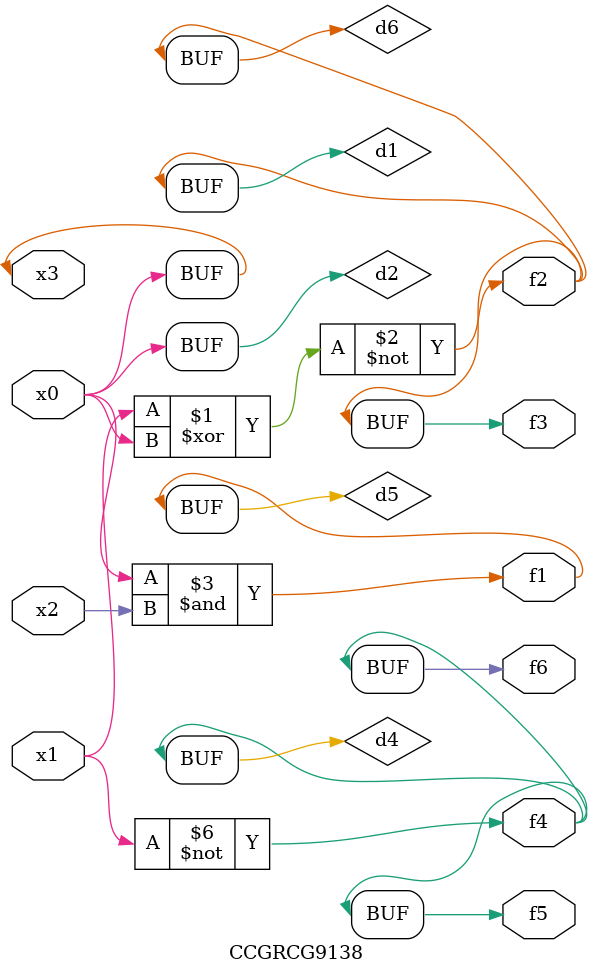
<source format=v>
module CCGRCG9138(
	input x0, x1, x2, x3,
	output f1, f2, f3, f4, f5, f6
);

	wire d1, d2, d3, d4, d5, d6;

	xnor (d1, x1, x3);
	buf (d2, x0, x3);
	nand (d3, x0, x2);
	not (d4, x1);
	nand (d5, d3);
	or (d6, d1);
	assign f1 = d5;
	assign f2 = d6;
	assign f3 = d6;
	assign f4 = d4;
	assign f5 = d4;
	assign f6 = d4;
endmodule

</source>
